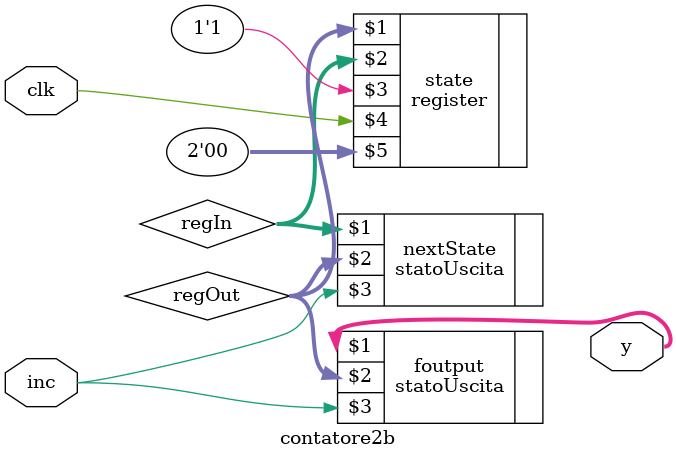
<source format=v>
`include "./behavioralRegister/register.v"
`include "./behavioralRegister/stato.v"

module contatore2b(output [1:0]y, input inc, input clk);
    wire [1:0]regOut;
    wire [1:0] regIn;

    register    #(2) state(regOut,  regIn, 1'b1, clk, 2'b00);
    statoUscita  nextState( regIn, regOut, inc);
    statoUscita    foutput(     y, regOut, inc);

endmodule
</source>
